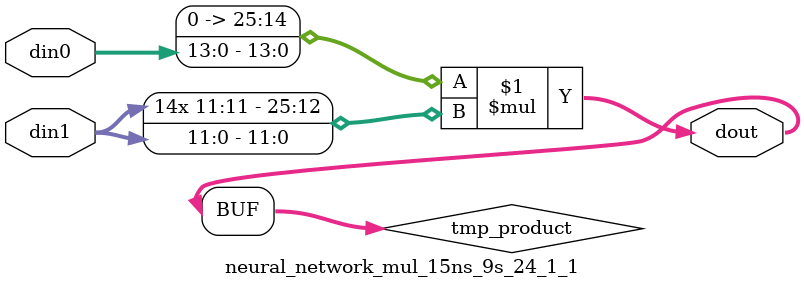
<source format=v>

`timescale 1 ns / 1 ps

  module neural_network_mul_15ns_9s_24_1_1(din0, din1, dout);
parameter ID = 1;
parameter NUM_STAGE = 0;
parameter din0_WIDTH = 14;
parameter din1_WIDTH = 12;
parameter dout_WIDTH = 26;

input [din0_WIDTH - 1 : 0] din0; 
input [din1_WIDTH - 1 : 0] din1; 
output [dout_WIDTH - 1 : 0] dout;

wire signed [dout_WIDTH - 1 : 0] tmp_product;











assign tmp_product = $signed({1'b0, din0}) * $signed(din1);










assign dout = tmp_product;







endmodule

</source>
